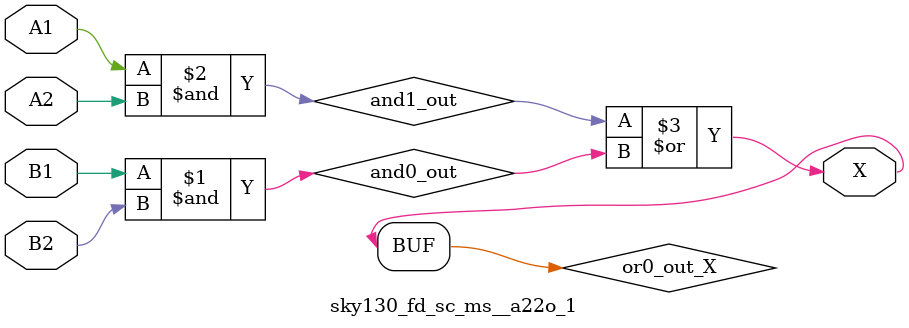
<source format=v>
/*
 * Copyright 2020 The SkyWater PDK Authors
 *
 * Licensed under the Apache License, Version 2.0 (the "License");
 * you may not use this file except in compliance with the License.
 * You may obtain a copy of the License at
 *
 *     https://www.apache.org/licenses/LICENSE-2.0
 *
 * Unless required by applicable law or agreed to in writing, software
 * distributed under the License is distributed on an "AS IS" BASIS,
 * WITHOUT WARRANTIES OR CONDITIONS OF ANY KIND, either express or implied.
 * See the License for the specific language governing permissions and
 * limitations under the License.
 *
 * SPDX-License-Identifier: Apache-2.0
*/


`ifndef SKY130_FD_SC_MS__A22O_1_FUNCTIONAL_V
`define SKY130_FD_SC_MS__A22O_1_FUNCTIONAL_V

/**
 * a22o: 2-input AND into both inputs of 2-input OR.
 *
 *       X = ((A1 & A2) | (B1 & B2))
 *
 * Verilog simulation functional model.
 */

`timescale 1ns / 1ps
`default_nettype none

`celldefine
module sky130_fd_sc_ms__a22o_1 (
    X ,
    A1,
    A2,
    B1,
    B2
);

    // Module ports
    output X ;
    input  A1;
    input  A2;
    input  B1;
    input  B2;

    // Local signals
    wire and0_out ;
    wire and1_out ;
    wire or0_out_X;

    //  Name  Output     Other arguments
    and and0 (and0_out , B1, B2            );
    and and1 (and1_out , A1, A2            );
    or  or0  (or0_out_X, and1_out, and0_out);
    buf buf0 (X        , or0_out_X         );

endmodule
`endcelldefine

`default_nettype wire
`endif  // SKY130_FD_SC_MS__A22O_1_FUNCTIONAL_V

</source>
